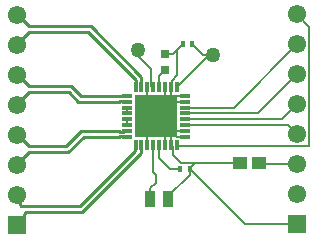
<source format=gbr>
%TF.GenerationSoftware,Altium Limited,Altium Designer,22.10.1 (41)*%
G04 Layer_Physical_Order=1*
G04 Layer_Color=255*
%FSLAX45Y45*%
%MOMM*%
%TF.SameCoordinates,19E9B31E-7746-43A9-897C-89C24B045B63*%
%TF.FilePolarity,Positive*%
%TF.FileFunction,Copper,L1,Top,Signal*%
%TF.Part,Single*%
G01*
G75*
%TA.AperFunction,SMDPad,CuDef*%
%ADD10R,3.55000X3.55000*%
%ADD11R,0.30000X0.80480*%
%ADD12R,0.80480X0.30000*%
%ADD13R,1.20840X1.01213*%
%ADD14R,0.70000X0.65000*%
%ADD15R,0.40000X0.50000*%
%ADD16R,0.95000X1.35000*%
%TA.AperFunction,Conductor*%
%ADD17C,0.12700*%
%ADD18C,0.25000*%
%TA.AperFunction,ComponentPad*%
%ADD19C,1.55000*%
%ADD20R,1.55000X1.55000*%
%TA.AperFunction,ViaPad*%
%ADD21C,1.27000*%
D10*
X1845595Y1162050D02*
D03*
D11*
X1670594Y1407292D02*
D03*
X1720596D02*
D03*
X1770594D02*
D03*
X1820596D02*
D03*
X1870593D02*
D03*
X1920596D02*
D03*
X1970593D02*
D03*
X2020596D02*
D03*
Y916808D02*
D03*
X1970593D02*
D03*
X1920596D02*
D03*
X1870593D02*
D03*
X1820596D02*
D03*
X1770594D02*
D03*
X1720596D02*
D03*
X1670594D02*
D03*
D12*
X2090837Y1337051D02*
D03*
Y1287048D02*
D03*
Y1237051D02*
D03*
Y1187049D02*
D03*
Y1137051D02*
D03*
Y1087049D02*
D03*
Y1037052D02*
D03*
Y987049D02*
D03*
X1600353D02*
D03*
Y1037052D02*
D03*
Y1087049D02*
D03*
Y1137051D02*
D03*
Y1187049D02*
D03*
Y1237051D02*
D03*
Y1287048D02*
D03*
Y1337051D02*
D03*
D13*
X2712995Y768350D02*
D03*
X2552619D02*
D03*
D14*
X1923214Y1556382D02*
D03*
Y1691383D02*
D03*
D15*
X2149424Y1776730D02*
D03*
X2069425D02*
D03*
X2128607Y717550D02*
D03*
X2048607D02*
D03*
D16*
X1944609Y463550D02*
D03*
X1794607D02*
D03*
D17*
X2024814Y1727119D02*
X2069425Y1771730D01*
X2149424Y1776730D02*
X2243404Y1682750D01*
X2069425Y1771730D02*
Y1776730D01*
X1804644Y1423245D02*
Y1564045D01*
X2090837Y1237051D02*
X2504608D01*
X1979243Y1415942D02*
Y1464014D01*
X1870593Y1407292D02*
Y1503761D01*
X1979243Y1464014D02*
X2024814Y1509585D01*
X1870593Y1503761D02*
X1923214Y1556382D01*
X2504608Y1237051D02*
X3039207Y1771650D01*
X2020596Y1407292D02*
X2296054Y1682750D01*
X2243404D02*
X2296054D01*
X2328007D01*
X1694614Y1674075D02*
X1804644Y1564045D01*
X1694614Y1674075D02*
Y1725485D01*
X2024814Y1509585D02*
Y1727119D01*
X1923214Y1691383D02*
X1989077D01*
X2024814Y1727119D01*
X2020596Y1337051D02*
X2090837D01*
X1920596Y1237051D02*
Y1279611D01*
X1970593Y1333200D02*
Y1407292D01*
X1920596Y1279611D02*
X1928033Y1287048D01*
X2090837D01*
X1920596Y1279611D02*
Y1322172D01*
X2005716D02*
X2020596Y1337051D01*
X1770594Y1237051D02*
Y1407292D01*
X1959565Y1322172D02*
X2005716D01*
X1920596D02*
X1959565D01*
X1970593Y1333200D01*
X1920596Y1322172D02*
Y1407292D01*
X1870593D02*
X1872414Y1409112D01*
X1970593Y1407292D02*
X1979243Y1415942D01*
X1804644Y1423245D02*
X1820596Y1407292D01*
X2725695Y755650D02*
X3039207D01*
X2712995Y768350D02*
X2725695Y755650D01*
X2598507Y247650D02*
X3039207D01*
X1944609Y463550D02*
Y483550D01*
X2128607Y667548D01*
X1959707Y717550D02*
X2048607D01*
X1986546Y836636D02*
X2054832Y768350D01*
X2128607Y667548D02*
Y712550D01*
Y717550D01*
Y722550D01*
X2174407Y768350D01*
X2142257Y698900D02*
X2147257D01*
X2128607Y712550D02*
X2142257Y698900D01*
X2174407Y768350D02*
X2552619D01*
X2054832D02*
X2174407D01*
X2147257Y698900D02*
X2598507Y247650D01*
X2090837Y1137051D02*
X2912608D01*
X2090837Y1087049D02*
X2961808D01*
X3039207Y1009650D01*
X2020596Y913100D02*
X3141999D01*
X2090837Y1187049D02*
X2708605D01*
X2912608Y1137051D02*
X3039207Y1263650D01*
X3141999Y913100D02*
X3142414Y912685D01*
X2708605Y1187049D02*
X3039207Y1517650D01*
X1970593Y916808D02*
X1986546Y900855D01*
X2020596Y913100D02*
Y916808D01*
X1770594Y1087049D02*
X1845595Y1162050D01*
X1770594Y916808D02*
Y1087049D01*
Y1237051D02*
X1845595Y1162050D01*
X1970593Y916808D02*
Y1037052D01*
X2020596Y987049D02*
X2090837D01*
X1920596Y916808D02*
Y1087049D01*
X1970593Y1037052D02*
X2020596Y987049D01*
X1970593Y1037052D02*
X2090837D01*
X1920596Y1087049D02*
X1970593Y1037052D01*
X1845595Y1162050D02*
X1920596Y1087049D01*
X1845595Y1162050D02*
X1920596Y1237051D01*
X1600353Y1087049D02*
Y1137051D01*
Y1187049D02*
Y1237051D01*
X1870593Y806663D02*
Y916808D01*
X1794607Y463550D02*
Y551505D01*
X1842867Y599765D01*
Y665754D01*
X1820596Y688025D02*
X1842867Y665754D01*
X1870593Y806663D02*
X1959707Y717550D01*
X1820596Y688025D02*
Y916808D01*
X1986546Y836636D02*
Y900855D01*
X3039207Y2025650D02*
X3142414Y1922443D01*
Y912685D02*
Y1922443D01*
D18*
X664307Y1771650D02*
X766308Y1873651D01*
X664307Y2025650D02*
X766308Y1923649D01*
X664307Y1263650D02*
X766308Y1365651D01*
X664307Y1517650D02*
X766308Y1415649D01*
Y1873651D02*
X1269675D01*
X1670594Y1472733D01*
X1290386Y1923649D02*
X1720596Y1493444D01*
X766308Y1923649D02*
X1290386D01*
X1670594Y1407292D02*
Y1472733D01*
X1720596Y1407292D02*
Y1493444D01*
X1718097Y850758D02*
Y914309D01*
X1668094Y871464D02*
Y914309D01*
X1718097D02*
X1720596Y916808D01*
X1668094Y914309D02*
X1670594Y916808D01*
X766308Y907649D02*
X1079775D01*
X766308Y857651D02*
X1100486D01*
X1229883Y987049D01*
X1079775Y907649D02*
X1209177Y1037052D01*
X1229883Y987049D02*
X1532809D01*
X1209177Y1037052D02*
X1532809D01*
X766308Y1415649D02*
X1125886D01*
X1183777Y1287048D02*
X1532809D01*
X1105175Y1365651D02*
X1183777Y1287048D01*
X1538961Y1330899D02*
X1568963D01*
X1532809Y1337051D02*
X1538961Y1330899D01*
X1204489Y1337051D02*
X1532809D01*
X766308Y1365651D02*
X1105175D01*
X1125886Y1415649D02*
X1204489Y1337051D01*
X664307Y247650D02*
X727665Y311008D01*
X664307Y755650D02*
X766308Y857651D01*
X689184Y414701D02*
Y476778D01*
X664307Y1009650D02*
X766308Y907649D01*
X664307Y501650D02*
X689184Y476778D01*
X727665Y311008D02*
Y335006D01*
X742305Y349651D01*
X689184Y414701D02*
X704230Y399649D01*
X1575115Y1337051D02*
X1600353D01*
X1532809Y1287048D02*
X1538961Y1293200D01*
X1568963D01*
X1575115Y1287048D02*
X1600353D01*
X1568963Y1293200D02*
X1575115Y1287048D01*
X1538961Y1030900D02*
X1568963D01*
X1532809Y1037052D02*
X1538961Y1030900D01*
X1568963Y1330899D02*
X1575115Y1337051D01*
X1196279Y399649D02*
X1668094Y871464D01*
X1216990Y349651D02*
X1718097Y850758D01*
X1575115Y987049D02*
X1600353D01*
X1532809D02*
X1538961Y993201D01*
X1568963D01*
X1575115Y987049D01*
X1568963Y1030900D02*
X1575115Y1037052D01*
X1600353D01*
X742305Y349651D02*
X1216990D01*
X704230Y399649D02*
X1196279D01*
D19*
X3039207Y2025650D02*
D03*
Y1771650D02*
D03*
Y1517650D02*
D03*
Y1263650D02*
D03*
Y1009650D02*
D03*
Y755650D02*
D03*
Y501650D02*
D03*
X664307Y2019275D02*
D03*
Y1765275D02*
D03*
Y1511275D02*
D03*
Y1257275D02*
D03*
Y1003275D02*
D03*
Y749275D02*
D03*
Y495275D02*
D03*
D20*
X3039207Y247650D02*
D03*
X664307Y241275D02*
D03*
D21*
X1694614Y1725485D02*
D03*
X2328007Y1682750D02*
D03*
%TF.MD5,b686b04e92261bb42fa9952b0a6a33f6*%
M02*

</source>
